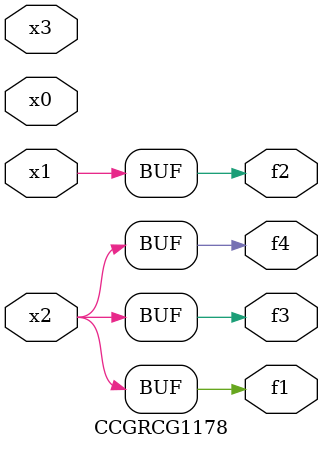
<source format=v>
module CCGRCG1178(
	input x0, x1, x2, x3,
	output f1, f2, f3, f4
);
	assign f1 = x2;
	assign f2 = x1;
	assign f3 = x2;
	assign f4 = x2;
endmodule

</source>
